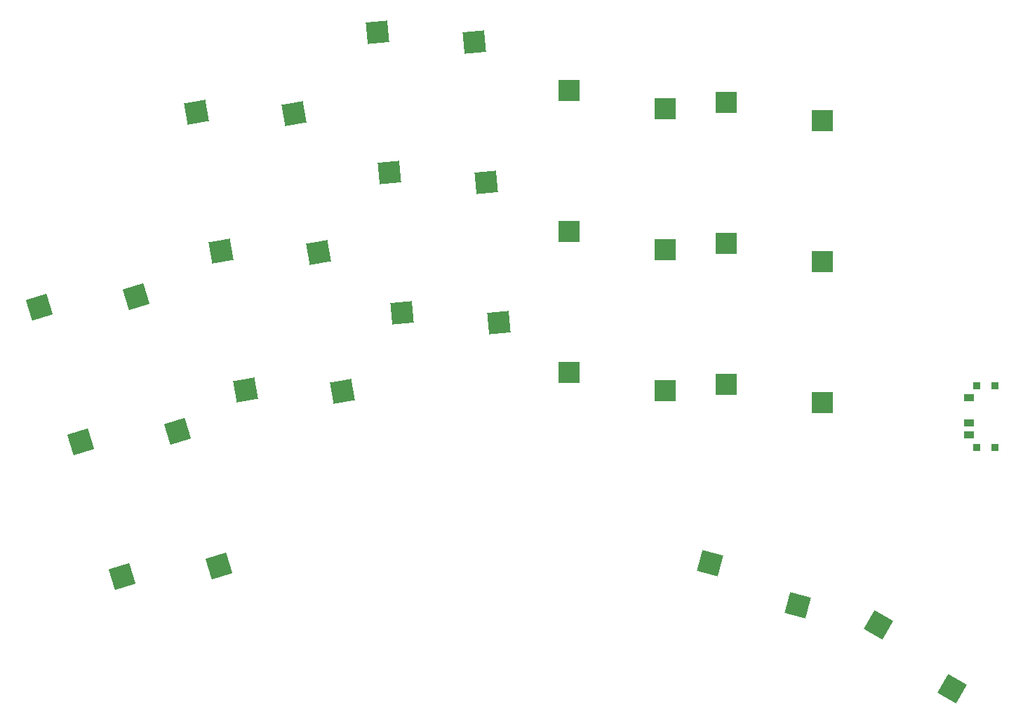
<source format=gbp>
%TF.GenerationSoftware,KiCad,Pcbnew,(6.0.4-0)*%
%TF.CreationDate,2022-04-27T15:29:03+02:00*%
%TF.ProjectId,duck-shorter-thumb,6475636b-2d73-4686-9f72-7465722d7468,v1.0.0*%
%TF.SameCoordinates,Original*%
%TF.FileFunction,Paste,Bot*%
%TF.FilePolarity,Positive*%
%FSLAX46Y46*%
G04 Gerber Fmt 4.6, Leading zero omitted, Abs format (unit mm)*
G04 Created by KiCad (PCBNEW (6.0.4-0)) date 2022-04-27 15:29:03*
%MOMM*%
%LPD*%
G01*
G04 APERTURE LIST*
G04 Aperture macros list*
%AMRotRect*
0 Rectangle, with rotation*
0 The origin of the aperture is its center*
0 $1 length*
0 $2 width*
0 $3 Rotation angle, in degrees counterclockwise*
0 Add horizontal line*
21,1,$1,$2,0,0,$3*%
G04 Aperture macros list end*
%ADD10RotRect,2.600000X2.600000X10.000000*%
%ADD11RotRect,2.600000X2.600000X5.000000*%
%ADD12R,2.600000X2.600000*%
%ADD13RotRect,2.600000X2.600000X330.000000*%
%ADD14R,0.900000X0.900000*%
%ADD15R,1.250000X0.900000*%
%ADD16RotRect,2.600000X2.600000X17.000000*%
%ADD17RotRect,2.600000X2.600000X345.000000*%
G04 APERTURE END LIST*
D10*
%TO.C,S11*%
X67128658Y110035975D03*
X78885213Y109875035D03*
%TD*%
D11*
%TO.C,S15*%
X90440529Y102756090D03*
X102138320Y101571111D03*
%TD*%
D12*
%TO.C,S21*%
X112136087Y95636017D03*
X123686087Y93436017D03*
%TD*%
%TO.C,S29*%
X131102759Y111196289D03*
X142652759Y108996289D03*
%TD*%
D13*
%TO.C,S33*%
X149450249Y48150564D03*
X158352842Y40470308D03*
%TD*%
D10*
%TO.C,S7*%
X73032696Y76552511D03*
X84789251Y76391571D03*
%TD*%
D14*
%TO.C,T2*%
X163511087Y69616483D03*
X163511087Y77016483D03*
X161311087Y69616483D03*
X161311087Y77016483D03*
D15*
X160336087Y75566483D03*
X160336087Y72566483D03*
X160336087Y71066483D03*
%TD*%
D16*
%TO.C,S1*%
X58158171Y53989677D03*
X69846709Y55262700D03*
%TD*%
%TO.C,S5*%
X48217533Y86504039D03*
X59906071Y87777062D03*
%TD*%
D12*
%TO.C,S27*%
X131102759Y94196289D03*
X142652759Y91996289D03*
%TD*%
D10*
%TO.C,S9*%
X70080677Y93294243D03*
X81837232Y93133303D03*
%TD*%
D11*
%TO.C,S13*%
X91922177Y85820780D03*
X103619968Y84635801D03*
%TD*%
%TO.C,S17*%
X88958882Y119691400D03*
X100656673Y118506421D03*
%TD*%
D17*
%TO.C,S31*%
X129150449Y55633629D03*
X139737491Y50519232D03*
%TD*%
D16*
%TO.C,S3*%
X53187852Y70246858D03*
X64876390Y71519881D03*
%TD*%
D12*
%TO.C,S23*%
X112136087Y112636017D03*
X123686087Y110436017D03*
%TD*%
%TO.C,S25*%
X131102759Y77196289D03*
X142652759Y74996289D03*
%TD*%
%TO.C,S19*%
X112136087Y78636017D03*
X123686087Y76436017D03*
%TD*%
M02*

</source>
